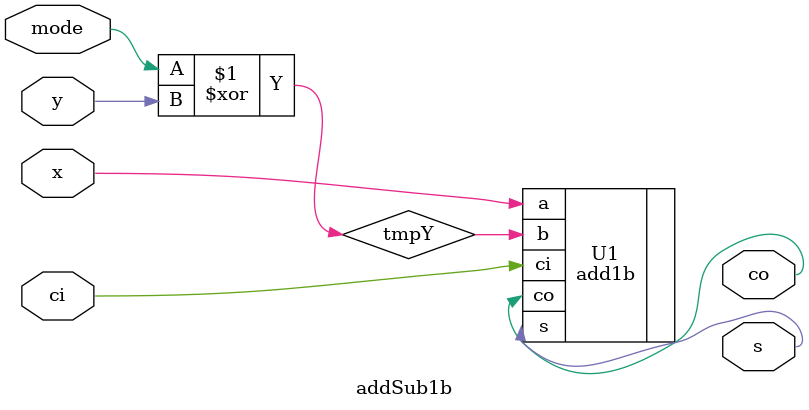
<source format=v>
`timescale 1ns / 1ps


module addSub1b(
    input mode,ci, // mode = 0 - adunare ; mode = 1 - scadere
    input x,y,
    output s,
    output co
    );
    wire tmpY;
    assign tmpY = mode^y;
    
    add1b U1(
            .a(x),
            .b(tmpY),
            .ci(ci),
            .co(co),
            .s(s)
            );
            
            
endmodule

</source>
